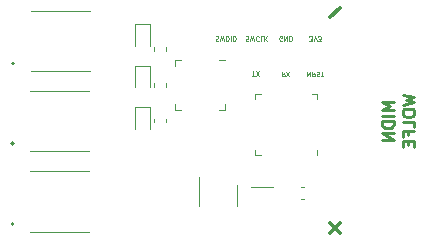
<source format=gbr>
%TF.GenerationSoftware,KiCad,Pcbnew,(5.1.6-0-10_14)*%
%TF.CreationDate,2021-03-16T08:34:44-04:00*%
%TF.ProjectId,F051_ESC,46303531-5f45-4534-932e-6b696361645f,rev?*%
%TF.SameCoordinates,Original*%
%TF.FileFunction,Legend,Bot*%
%TF.FilePolarity,Positive*%
%FSLAX46Y46*%
G04 Gerber Fmt 4.6, Leading zero omitted, Abs format (unit mm)*
G04 Created by KiCad (PCBNEW (5.1.6-0-10_14)) date 2021-03-16 08:34:44*
%MOMM*%
%LPD*%
G01*
G04 APERTURE LIST*
%ADD10C,0.100000*%
%ADD11C,0.250000*%
%ADD12C,0.375000*%
%ADD13C,0.200000*%
%ADD14C,0.120000*%
G04 APERTURE END LIST*
D10*
X244785238Y-76199047D02*
X245013809Y-76199047D01*
X244899523Y-75799047D02*
X244899523Y-76199047D01*
X245109047Y-76199047D02*
X245375714Y-75799047D01*
X245375714Y-76199047D02*
X245109047Y-75799047D01*
X247533333Y-75819047D02*
X247400000Y-76009523D01*
X247304761Y-75819047D02*
X247304761Y-76219047D01*
X247457142Y-76219047D01*
X247495238Y-76200000D01*
X247514285Y-76180952D01*
X247533333Y-76142857D01*
X247533333Y-76085714D01*
X247514285Y-76047619D01*
X247495238Y-76028571D01*
X247457142Y-76009523D01*
X247304761Y-76009523D01*
X247666666Y-76219047D02*
X247933333Y-75819047D01*
X247933333Y-76219047D02*
X247666666Y-75819047D01*
X249442857Y-75819047D02*
X249442857Y-76219047D01*
X249671428Y-75819047D01*
X249671428Y-76219047D01*
X250090476Y-75819047D02*
X249957142Y-76009523D01*
X249861904Y-75819047D02*
X249861904Y-76219047D01*
X250014285Y-76219047D01*
X250052380Y-76200000D01*
X250071428Y-76180952D01*
X250090476Y-76142857D01*
X250090476Y-76085714D01*
X250071428Y-76047619D01*
X250052380Y-76028571D01*
X250014285Y-76009523D01*
X249861904Y-76009523D01*
X250242857Y-75838095D02*
X250300000Y-75819047D01*
X250395238Y-75819047D01*
X250433333Y-75838095D01*
X250452380Y-75857142D01*
X250471428Y-75895238D01*
X250471428Y-75933333D01*
X250452380Y-75971428D01*
X250433333Y-75990476D01*
X250395238Y-76009523D01*
X250319047Y-76028571D01*
X250280952Y-76047619D01*
X250261904Y-76066666D01*
X250242857Y-76104761D01*
X250242857Y-76142857D01*
X250261904Y-76180952D01*
X250280952Y-76200000D01*
X250319047Y-76219047D01*
X250414285Y-76219047D01*
X250471428Y-76200000D01*
X250585714Y-76219047D02*
X250814285Y-76219047D01*
X250700000Y-75819047D02*
X250700000Y-76219047D01*
X241702380Y-72838095D02*
X241759523Y-72819047D01*
X241854761Y-72819047D01*
X241892857Y-72838095D01*
X241911904Y-72857142D01*
X241930952Y-72895238D01*
X241930952Y-72933333D01*
X241911904Y-72971428D01*
X241892857Y-72990476D01*
X241854761Y-73009523D01*
X241778571Y-73028571D01*
X241740476Y-73047619D01*
X241721428Y-73066666D01*
X241702380Y-73104761D01*
X241702380Y-73142857D01*
X241721428Y-73180952D01*
X241740476Y-73200000D01*
X241778571Y-73219047D01*
X241873809Y-73219047D01*
X241930952Y-73200000D01*
X242064285Y-73219047D02*
X242159523Y-72819047D01*
X242235714Y-73104761D01*
X242311904Y-72819047D01*
X242407142Y-73219047D01*
X242559523Y-72819047D02*
X242559523Y-73219047D01*
X242654761Y-73219047D01*
X242711904Y-73200000D01*
X242750000Y-73161904D01*
X242769047Y-73123809D01*
X242788095Y-73047619D01*
X242788095Y-72990476D01*
X242769047Y-72914285D01*
X242750000Y-72876190D01*
X242711904Y-72838095D01*
X242654761Y-72819047D01*
X242559523Y-72819047D01*
X242959523Y-72819047D02*
X242959523Y-73219047D01*
X243226190Y-73219047D02*
X243302380Y-73219047D01*
X243340476Y-73200000D01*
X243378571Y-73161904D01*
X243397619Y-73085714D01*
X243397619Y-72952380D01*
X243378571Y-72876190D01*
X243340476Y-72838095D01*
X243302380Y-72819047D01*
X243226190Y-72819047D01*
X243188095Y-72838095D01*
X243150000Y-72876190D01*
X243130952Y-72952380D01*
X243130952Y-73085714D01*
X243150000Y-73161904D01*
X243188095Y-73200000D01*
X243226190Y-73219047D01*
X244245238Y-72838095D02*
X244302380Y-72819047D01*
X244397619Y-72819047D01*
X244435714Y-72838095D01*
X244454761Y-72857142D01*
X244473809Y-72895238D01*
X244473809Y-72933333D01*
X244454761Y-72971428D01*
X244435714Y-72990476D01*
X244397619Y-73009523D01*
X244321428Y-73028571D01*
X244283333Y-73047619D01*
X244264285Y-73066666D01*
X244245238Y-73104761D01*
X244245238Y-73142857D01*
X244264285Y-73180952D01*
X244283333Y-73200000D01*
X244321428Y-73219047D01*
X244416666Y-73219047D01*
X244473809Y-73200000D01*
X244607142Y-73219047D02*
X244702380Y-72819047D01*
X244778571Y-73104761D01*
X244854761Y-72819047D01*
X244950000Y-73219047D01*
X245330952Y-72857142D02*
X245311904Y-72838095D01*
X245254761Y-72819047D01*
X245216666Y-72819047D01*
X245159523Y-72838095D01*
X245121428Y-72876190D01*
X245102380Y-72914285D01*
X245083333Y-72990476D01*
X245083333Y-73047619D01*
X245102380Y-73123809D01*
X245121428Y-73161904D01*
X245159523Y-73200000D01*
X245216666Y-73219047D01*
X245254761Y-73219047D01*
X245311904Y-73200000D01*
X245330952Y-73180952D01*
X245692857Y-72819047D02*
X245502380Y-72819047D01*
X245502380Y-73219047D01*
X245826190Y-72819047D02*
X245826190Y-73219047D01*
X246054761Y-72819047D02*
X245883333Y-73047619D01*
X246054761Y-73219047D02*
X245826190Y-72990476D01*
X247325238Y-73200000D02*
X247287142Y-73219047D01*
X247230000Y-73219047D01*
X247172857Y-73200000D01*
X247134761Y-73161904D01*
X247115714Y-73123809D01*
X247096666Y-73047619D01*
X247096666Y-72990476D01*
X247115714Y-72914285D01*
X247134761Y-72876190D01*
X247172857Y-72838095D01*
X247230000Y-72819047D01*
X247268095Y-72819047D01*
X247325238Y-72838095D01*
X247344285Y-72857142D01*
X247344285Y-72990476D01*
X247268095Y-72990476D01*
X247515714Y-72819047D02*
X247515714Y-73219047D01*
X247744285Y-72819047D01*
X247744285Y-73219047D01*
X247934761Y-72819047D02*
X247934761Y-73219047D01*
X248030000Y-73219047D01*
X248087142Y-73200000D01*
X248125238Y-73161904D01*
X248144285Y-73123809D01*
X248163333Y-73047619D01*
X248163333Y-72990476D01*
X248144285Y-72914285D01*
X248125238Y-72876190D01*
X248087142Y-72838095D01*
X248030000Y-72819047D01*
X247934761Y-72819047D01*
X249624761Y-73219047D02*
X249872380Y-73219047D01*
X249739047Y-73066666D01*
X249796190Y-73066666D01*
X249834285Y-73047619D01*
X249853333Y-73028571D01*
X249872380Y-72990476D01*
X249872380Y-72895238D01*
X249853333Y-72857142D01*
X249834285Y-72838095D01*
X249796190Y-72819047D01*
X249681904Y-72819047D01*
X249643809Y-72838095D01*
X249624761Y-72857142D01*
X249986666Y-73219047D02*
X250120000Y-72819047D01*
X250253333Y-73219047D01*
X250348571Y-73219047D02*
X250596190Y-73219047D01*
X250462857Y-73066666D01*
X250520000Y-73066666D01*
X250558095Y-73047619D01*
X250577142Y-73028571D01*
X250596190Y-72990476D01*
X250596190Y-72895238D01*
X250577142Y-72857142D01*
X250558095Y-72838095D01*
X250520000Y-72819047D01*
X250405714Y-72819047D01*
X250367619Y-72838095D01*
X250348571Y-72857142D01*
D11*
X256777380Y-78404761D02*
X255777380Y-78404761D01*
X256491666Y-78738095D01*
X255777380Y-79071428D01*
X256777380Y-79071428D01*
X256777380Y-79547619D02*
X255777380Y-79547619D01*
X256777380Y-80023809D02*
X255777380Y-80023809D01*
X255777380Y-80261904D01*
X255825000Y-80404761D01*
X255920238Y-80500000D01*
X256015476Y-80547619D01*
X256205952Y-80595238D01*
X256348809Y-80595238D01*
X256539285Y-80547619D01*
X256634523Y-80500000D01*
X256729761Y-80404761D01*
X256777380Y-80261904D01*
X256777380Y-80023809D01*
X256777380Y-81023809D02*
X255777380Y-81023809D01*
X256777380Y-81595238D01*
X255777380Y-81595238D01*
X257527380Y-77761904D02*
X258527380Y-78000000D01*
X257813095Y-78190476D01*
X258527380Y-78380952D01*
X257527380Y-78619047D01*
X257527380Y-79190476D02*
X257527380Y-79380952D01*
X257575000Y-79476190D01*
X257670238Y-79571428D01*
X257860714Y-79619047D01*
X258194047Y-79619047D01*
X258384523Y-79571428D01*
X258479761Y-79476190D01*
X258527380Y-79380952D01*
X258527380Y-79190476D01*
X258479761Y-79095238D01*
X258384523Y-79000000D01*
X258194047Y-78952380D01*
X257860714Y-78952380D01*
X257670238Y-79000000D01*
X257575000Y-79095238D01*
X257527380Y-79190476D01*
X258527380Y-80523809D02*
X258527380Y-80047619D01*
X257527380Y-80047619D01*
X258003571Y-81190476D02*
X258003571Y-80857142D01*
X258527380Y-80857142D02*
X257527380Y-80857142D01*
X257527380Y-81333333D01*
X258003571Y-81714285D02*
X258003571Y-82047619D01*
X258527380Y-82190476D02*
X258527380Y-81714285D01*
X257527380Y-81714285D01*
X257527380Y-82190476D01*
D12*
X251421700Y-89479822D02*
X252229822Y-88671700D01*
X252229822Y-89479822D02*
X251421700Y-88671700D01*
X251421700Y-71229822D02*
X252229822Y-70421700D01*
D13*
%TO.C,Q5*%
X224600000Y-88700000D02*
G75*
G03*
X224600000Y-88700000I-100000J0D01*
G01*
D10*
X226000000Y-89350000D02*
X231000000Y-89350000D01*
X226000000Y-84250000D02*
X231000000Y-84250000D01*
D14*
%TO.C,U7*%
X240260000Y-87220000D02*
X240260000Y-84770000D01*
X243480000Y-85420000D02*
X243480000Y-87220000D01*
%TO.C,FB1*%
X248887221Y-85600000D02*
X249212779Y-85600000D01*
X248887221Y-86620000D02*
X249212779Y-86620000D01*
%TO.C,U5*%
X244720000Y-85570000D02*
X246520000Y-85570000D01*
%TO.C,D4*%
X234900000Y-78840000D02*
X236100000Y-78840000D01*
X234900000Y-80690000D02*
X234900000Y-78840000D01*
X236100000Y-80690000D02*
X236100000Y-78840000D01*
%TO.C,D3*%
X234900000Y-71760000D02*
X236100000Y-71760000D01*
X234900000Y-73610000D02*
X234900000Y-71760000D01*
X236100000Y-73610000D02*
X236100000Y-71760000D01*
%TO.C,D2*%
X234900000Y-75300000D02*
X236100000Y-75300000D01*
X234900000Y-77150000D02*
X234900000Y-75300000D01*
X236100000Y-77150000D02*
X236100000Y-75300000D01*
%TO.C,C12*%
X236470000Y-76777221D02*
X236470000Y-77102779D01*
X237490000Y-76777221D02*
X237490000Y-77102779D01*
D13*
%TO.C,Q3*%
X224600000Y-81900000D02*
G75*
G03*
X224600000Y-81900000I-100000J0D01*
G01*
D10*
X226000000Y-82550000D02*
X231000000Y-82550000D01*
X226000000Y-77450000D02*
X231000000Y-77450000D01*
D13*
%TO.C,Q1*%
X224640000Y-75100000D02*
G75*
G03*
X224640000Y-75100000I-100000J0D01*
G01*
D10*
X226040000Y-75750000D02*
X231040000Y-75750000D01*
X226040000Y-70650000D02*
X231040000Y-70650000D01*
D14*
%TO.C,C14*%
X236470000Y-79787221D02*
X236470000Y-80112779D01*
X237490000Y-79787221D02*
X237490000Y-80112779D01*
%TO.C,C13*%
X236470000Y-73767221D02*
X236470000Y-74092779D01*
X237490000Y-73767221D02*
X237490000Y-74092779D01*
%TO.C,U2*%
X250290000Y-78165000D02*
X250290000Y-77690000D01*
X250290000Y-77690000D02*
X249815000Y-77690000D01*
X245070000Y-82435000D02*
X245070000Y-82910000D01*
X245070000Y-82910000D02*
X245545000Y-82910000D01*
X245070000Y-78165000D02*
X245070000Y-77690000D01*
X245070000Y-77690000D02*
X245545000Y-77690000D01*
X250290000Y-82435000D02*
X250290000Y-82910000D01*
%TO.C,U1*%
X238745000Y-74830000D02*
X238270000Y-74830000D01*
X238270000Y-74830000D02*
X238270000Y-75305000D01*
X242015000Y-79050000D02*
X242490000Y-79050000D01*
X242490000Y-79050000D02*
X242490000Y-78575000D01*
X238745000Y-79050000D02*
X238270000Y-79050000D01*
X238270000Y-79050000D02*
X238270000Y-78575000D01*
X242015000Y-74830000D02*
X242490000Y-74830000D01*
%TD*%
M02*

</source>
